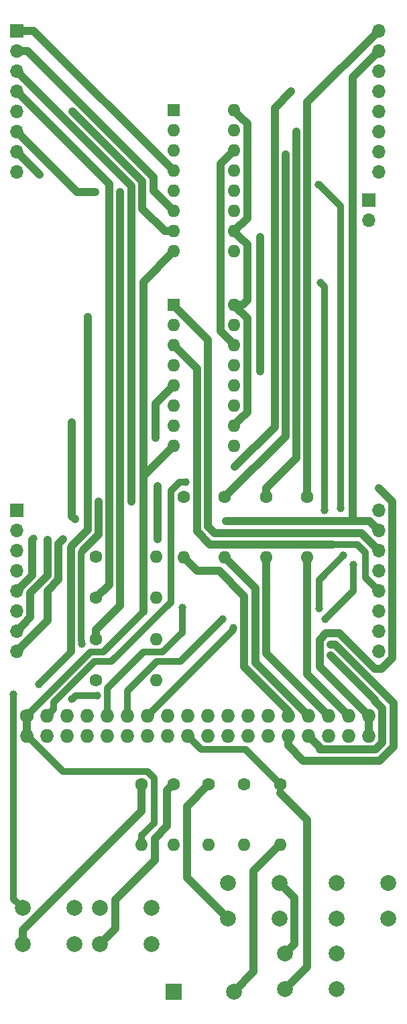
<source format=gbr>
G04 #@! TF.GenerationSoftware,KiCad,Pcbnew,(5.1.0)-1*
G04 #@! TF.CreationDate,2019-12-12T14:08:26-05:00*
G04 #@! TF.ProjectId,LEDMatrix,4c45444d-6174-4726-9978-2e6b69636164,rev?*
G04 #@! TF.SameCoordinates,Original*
G04 #@! TF.FileFunction,Copper,L2,Bot*
G04 #@! TF.FilePolarity,Positive*
%FSLAX46Y46*%
G04 Gerber Fmt 4.6, Leading zero omitted, Abs format (unit mm)*
G04 Created by KiCad (PCBNEW (5.1.0)-1) date 2019-12-12 14:08:26*
%MOMM*%
%LPD*%
G04 APERTURE LIST*
%ADD10R,2.000000X2.000000*%
%ADD11C,2.000000*%
%ADD12O,1.700000X1.700000*%
%ADD13R,1.700000X1.700000*%
%ADD14O,1.600000X1.600000*%
%ADD15C,1.600000*%
%ADD16C,1.727200*%
%ADD17O,1.727200X1.727200*%
%ADD18R,1.600000X1.600000*%
%ADD19C,1.000000*%
%ADD20C,0.900000*%
%ADD21C,1.000000*%
%ADD22C,0.850000*%
G04 APERTURE END LIST*
D10*
X55245000Y-162306000D03*
D11*
X62845000Y-162306000D03*
D12*
X35433000Y-119380000D03*
X35433000Y-106680000D03*
X35433000Y-114300000D03*
X35433000Y-104140000D03*
D13*
X35433000Y-101600000D03*
D12*
X35433000Y-109220000D03*
X35433000Y-116840000D03*
X35433000Y-111760000D03*
X81153000Y-106680000D03*
X81153000Y-114300000D03*
X81153000Y-104140000D03*
X81153000Y-111760000D03*
X81153000Y-109220000D03*
X81153000Y-116840000D03*
X81153000Y-119380000D03*
X81153000Y-101600000D03*
D14*
X56515000Y-107569000D03*
D15*
X56515000Y-99949000D03*
D16*
X36703000Y-127508000D03*
D17*
X36703000Y-130048000D03*
X39243000Y-127508000D03*
X39243000Y-130048000D03*
X41783000Y-127508000D03*
X41783000Y-130048000D03*
X44323000Y-127508000D03*
X44323000Y-130048000D03*
X46863000Y-127508000D03*
X46863000Y-130048000D03*
X49403000Y-127508000D03*
X49403000Y-130048000D03*
X51943000Y-127508000D03*
X51943000Y-130048000D03*
X54483000Y-127508000D03*
X54483000Y-130048000D03*
X57023000Y-127508000D03*
X57023000Y-130048000D03*
X59563000Y-127508000D03*
X59563000Y-130048000D03*
X62103000Y-127508000D03*
X62103000Y-130048000D03*
X64643000Y-127508000D03*
X64643000Y-130048000D03*
X67183000Y-127508000D03*
X67183000Y-130048000D03*
X69723000Y-127508000D03*
X69723000Y-130048000D03*
X72263000Y-127508000D03*
X72263000Y-130048000D03*
X74803000Y-127508000D03*
X74803000Y-130048000D03*
X77343000Y-127508000D03*
X77343000Y-130048000D03*
X79883000Y-127508000D03*
X79883000Y-130048000D03*
D15*
X72136000Y-99949000D03*
D14*
X72136000Y-107569000D03*
X53086000Y-123063000D03*
D15*
X45466000Y-123063000D03*
D14*
X66929000Y-107569000D03*
D15*
X66929000Y-99949000D03*
D14*
X53086000Y-117856000D03*
D15*
X45466000Y-117856000D03*
X61722000Y-99949000D03*
D14*
X61722000Y-107569000D03*
X53086000Y-112649000D03*
D15*
X45466000Y-112649000D03*
X45466000Y-107442000D03*
D14*
X53086000Y-107442000D03*
D15*
X51181000Y-136144000D03*
D14*
X51181000Y-143764000D03*
X55245000Y-143764000D03*
D15*
X55245000Y-136144000D03*
D14*
X59690000Y-143764000D03*
D15*
X59690000Y-136144000D03*
X64135000Y-136144000D03*
D14*
X64135000Y-143764000D03*
D15*
X68707000Y-136144000D03*
D14*
X68707000Y-143764000D03*
D11*
X36195000Y-156265000D03*
X36195000Y-151765000D03*
X42695000Y-156265000D03*
X42695000Y-151765000D03*
X52474000Y-151765000D03*
X52474000Y-156265000D03*
X45974000Y-151765000D03*
X45974000Y-156265000D03*
X68603000Y-148590000D03*
X68603000Y-153090000D03*
X62103000Y-148590000D03*
X62103000Y-153090000D03*
X75819000Y-153090000D03*
X75819000Y-148590000D03*
X82319000Y-153090000D03*
X82319000Y-148590000D03*
X69342000Y-161980000D03*
X69342000Y-157480000D03*
X75842000Y-161980000D03*
X75842000Y-157480000D03*
D18*
X55245000Y-75692000D03*
D14*
X62865000Y-93472000D03*
X55245000Y-78232000D03*
X62865000Y-90932000D03*
X55245000Y-80772000D03*
X62865000Y-88392000D03*
X55245000Y-83312000D03*
X62865000Y-85852000D03*
X55245000Y-85852000D03*
X62865000Y-83312000D03*
X55245000Y-88392000D03*
X62865000Y-80772000D03*
X55245000Y-90932000D03*
X62865000Y-78232000D03*
X55245000Y-93472000D03*
X62865000Y-75692000D03*
X62865000Y-51181000D03*
X55245000Y-68961000D03*
X62865000Y-53721000D03*
X55245000Y-66421000D03*
X62865000Y-56261000D03*
X55245000Y-63881000D03*
X62865000Y-58801000D03*
X55245000Y-61341000D03*
X62865000Y-61341000D03*
X55245000Y-58801000D03*
X62865000Y-63881000D03*
X55245000Y-56261000D03*
X62865000Y-66421000D03*
X55245000Y-53721000D03*
X62865000Y-68961000D03*
D18*
X55245000Y-51181000D03*
D12*
X81153000Y-41148000D03*
X81153000Y-58928000D03*
X81153000Y-56388000D03*
X81153000Y-48768000D03*
X81153000Y-51308000D03*
X81153000Y-43688000D03*
X81153000Y-53848000D03*
X81153000Y-46228000D03*
X35433000Y-51308000D03*
X35433000Y-56388000D03*
X35433000Y-48768000D03*
D13*
X35433000Y-41148000D03*
D12*
X35433000Y-43688000D03*
X35433000Y-53848000D03*
X35433000Y-46228000D03*
X35433000Y-58928000D03*
D13*
X79883000Y-62484000D03*
D12*
X79883000Y-65024000D03*
D19*
X38227000Y-123571000D03*
X44390981Y-77216000D03*
X61189999Y-71095999D03*
X61846989Y-102999011D03*
D20*
X70760990Y-53848000D03*
X48516011Y-61468000D03*
X45339000Y-61468000D03*
X69385980Y-56769000D03*
D19*
X49941499Y-100487499D03*
D20*
X70104000Y-48768000D03*
D19*
X62992000Y-96139000D03*
X41283031Y-105283000D03*
X52959000Y-92456000D03*
X39359205Y-105304990D03*
X37577819Y-105141819D03*
X42437778Y-51288222D03*
X38354000Y-59309000D03*
X75057000Y-118512990D03*
X75057000Y-119888000D03*
X56324500Y-113855500D03*
D20*
X53213000Y-105283000D03*
D19*
X53213000Y-98573990D03*
X42418000Y-90551000D03*
X42799000Y-102743000D03*
X61468000Y-115316000D03*
X73596500Y-113982500D03*
X76708000Y-107315000D03*
X74295000Y-101600000D03*
X73787000Y-72898000D03*
X62768000Y-116459000D03*
X74422000Y-115316000D03*
X77978000Y-108458000D03*
X76327000Y-101324000D03*
X73533000Y-60579000D03*
X56814991Y-98044000D03*
X66167000Y-84074000D03*
X66167000Y-67183000D03*
X81153000Y-98806000D03*
X76962000Y-124587000D03*
X42366000Y-125415902D03*
X35052000Y-124841000D03*
X45563000Y-124968000D03*
X43666000Y-118491000D03*
X45765991Y-100502991D03*
D21*
X62065001Y-57060999D02*
X62865000Y-56261000D01*
X61189999Y-57936001D02*
X62065001Y-57060999D01*
X62865000Y-80711002D02*
X61189999Y-79036001D01*
D22*
X42291000Y-119507000D02*
X42291000Y-119380000D01*
D21*
X42415989Y-106172000D02*
X42415989Y-106068452D01*
X42291000Y-106296989D02*
X42415989Y-106172000D01*
X44390981Y-104093460D02*
X44390981Y-77216000D01*
X42415989Y-106068452D02*
X44390981Y-104093460D01*
X42291000Y-119380000D02*
X42291000Y-106296989D01*
D22*
X38227000Y-123571000D02*
X42291000Y-119507000D01*
D21*
X61189999Y-79036001D02*
X61189999Y-71095999D01*
X61189999Y-71095999D02*
X61189999Y-57936001D01*
X72136000Y-50165000D02*
X81153000Y-41148000D01*
X72136000Y-99949000D02*
X72136000Y-50165000D01*
X80012011Y-102999011D02*
X81153000Y-104140000D01*
X61846989Y-102999011D02*
X61846989Y-102999011D01*
X77853011Y-102999011D02*
X80012011Y-102999011D01*
X80303001Y-44537999D02*
X81153000Y-43688000D01*
X77853011Y-102999011D02*
X77853011Y-46987989D01*
X77853011Y-46987989D02*
X80303001Y-44537999D01*
X61846989Y-102999011D02*
X77853011Y-102999011D01*
X66929000Y-98817630D02*
X70760990Y-94985640D01*
X66929000Y-99949000D02*
X66929000Y-98817630D01*
X70760990Y-94985640D02*
X70760990Y-53848000D01*
X45466000Y-116724630D02*
X48516011Y-113674619D01*
X45466000Y-117856000D02*
X45466000Y-116724630D01*
X48516011Y-113674619D02*
X48516011Y-111543546D01*
X48516011Y-111543546D02*
X48516011Y-61468000D01*
X43053000Y-61468000D02*
X35433000Y-53848000D01*
X45339000Y-61468000D02*
X43053000Y-61468000D01*
X61722000Y-99949000D02*
X69385980Y-92285020D01*
X69385980Y-92285020D02*
X69385980Y-56769000D01*
X36282999Y-49617999D02*
X35433000Y-48768000D01*
X47141001Y-60476001D02*
X36282999Y-49617999D01*
X47141001Y-110973999D02*
X47141001Y-60476001D01*
X45466000Y-112649000D02*
X47141001Y-110973999D01*
X49941499Y-60736499D02*
X35433000Y-46228000D01*
X49941499Y-100487499D02*
X49941499Y-60736499D01*
X68010970Y-50861030D02*
X70104000Y-48768000D01*
X62992000Y-96139000D02*
X68010970Y-91120030D01*
X68010970Y-91120030D02*
X68010970Y-50861030D01*
X80303001Y-105830001D02*
X81153000Y-106680000D01*
X78991989Y-104518989D02*
X80303001Y-105830001D01*
X60410547Y-104518989D02*
X78991989Y-104518989D01*
X59565011Y-103673453D02*
X60410547Y-104518989D01*
X59565011Y-80073009D02*
X59565011Y-103673453D01*
X55245000Y-75752998D02*
X59565011Y-80073009D01*
X36282999Y-118530001D02*
X35433000Y-119380000D01*
X41283031Y-105283000D02*
X40734215Y-105831816D01*
X40734215Y-105831816D02*
X40734215Y-110360900D01*
X40734215Y-110360900D02*
X39341068Y-111754047D01*
X39341068Y-111754047D02*
X39341068Y-115471932D01*
X39341068Y-115471932D02*
X36282999Y-118530001D01*
D22*
X79502999Y-110109999D02*
X80303001Y-110910001D01*
X79502999Y-106934999D02*
X79502999Y-110109999D01*
X78461999Y-105893999D02*
X79502999Y-106934999D01*
X75286999Y-105893999D02*
X78461999Y-105893999D01*
X80303001Y-110910001D02*
X81153000Y-111760000D01*
D21*
X60917999Y-105893999D02*
X75286999Y-105893999D01*
X59841000Y-105893999D02*
X60917999Y-105893999D01*
X58190001Y-83717001D02*
X58190001Y-104243000D01*
X58190001Y-104243000D02*
X59841000Y-105893999D01*
X55245000Y-80772000D02*
X58190001Y-83717001D01*
X55245000Y-85852000D02*
X52959000Y-88138000D01*
X52959000Y-88138000D02*
X52959000Y-91948000D01*
X52959000Y-91948000D02*
X52959000Y-92456000D01*
X39359205Y-105304990D02*
X39359205Y-109791353D01*
X36282999Y-115990001D02*
X35433000Y-116840000D01*
X37158001Y-115114999D02*
X36282999Y-115990001D01*
X37158001Y-111992557D02*
X37158001Y-115114999D01*
X39359205Y-109791353D02*
X37158001Y-111992557D01*
X36282999Y-110910001D02*
X35433000Y-111760000D01*
X37387319Y-109818683D02*
X36289500Y-110916502D01*
X37387319Y-105332319D02*
X37387319Y-109818683D01*
X51316509Y-63623879D02*
X51316509Y-60166953D01*
X55245000Y-66421000D02*
X54113630Y-66421000D01*
X54113630Y-66421000D02*
X51316509Y-63623879D01*
X51316509Y-60166953D02*
X51316507Y-60166951D01*
X51316507Y-60166951D02*
X42437778Y-51288222D01*
X36635081Y-43688000D02*
X35433000Y-43688000D01*
X36782113Y-43688000D02*
X36635081Y-43688000D01*
X52691519Y-59597406D02*
X36782113Y-43688000D01*
X52691519Y-61327519D02*
X52691519Y-59597406D01*
X55245000Y-63881000D02*
X52691519Y-61327519D01*
X38354000Y-59309000D02*
X38354000Y-59309000D01*
X38354000Y-59309000D02*
X35433000Y-56388000D01*
X37592000Y-41148000D02*
X35433000Y-41148000D01*
X55245000Y-58801000D02*
X37592000Y-41148000D01*
X61722000Y-107569000D02*
X65553990Y-111400990D01*
X65553990Y-120798990D02*
X72263000Y-127508000D01*
X65553990Y-111400990D02*
X65553990Y-120798990D01*
X74803000Y-127508000D02*
X66929000Y-119634000D01*
X66929000Y-108700370D02*
X66929000Y-107569000D01*
X66929000Y-119634000D02*
X66929000Y-108700370D01*
X71615297Y-133161611D02*
X81287076Y-133161611D01*
X69723000Y-130048000D02*
X69723000Y-131269314D01*
X81287076Y-133161611D02*
X82996611Y-131452076D01*
X69723000Y-131269314D02*
X71615297Y-133161611D01*
X82996611Y-131452076D02*
X82996611Y-126103924D01*
X82996611Y-125883054D02*
X82996611Y-126103924D01*
X75057000Y-118512990D02*
X75626547Y-118512990D01*
X75626547Y-118512990D02*
X82996611Y-125883054D01*
X72136000Y-122301000D02*
X72136000Y-107569000D01*
X77343000Y-127508000D02*
X72136000Y-122301000D01*
X56515000Y-107569000D02*
X58190001Y-109244001D01*
X69723000Y-126912556D02*
X69723000Y-127508000D01*
X64178980Y-121368536D02*
X69723000Y-126912556D01*
X64178980Y-112438980D02*
X64178980Y-121368536D01*
X58190001Y-109244001D02*
X60984001Y-109244001D01*
X60984001Y-109244001D02*
X64178980Y-112438980D01*
X80717529Y-131786601D02*
X81621601Y-130882529D01*
X73747601Y-131532601D02*
X72263000Y-130048000D01*
X73795803Y-131786601D02*
X80717529Y-131786601D01*
X73747601Y-131738399D02*
X73795803Y-131786601D01*
X73747601Y-131532601D02*
X73747601Y-131738399D01*
X80684399Y-125515399D02*
X75057000Y-119888000D01*
X81621601Y-126579601D02*
X81621601Y-130882529D01*
X80684399Y-125642399D02*
X81621601Y-126579601D01*
X80684399Y-125515399D02*
X80684399Y-125642399D01*
X68707000Y-137275370D02*
X72106001Y-140674371D01*
X72106001Y-159215999D02*
X69342000Y-161980000D01*
X72106001Y-140674371D02*
X72106001Y-159215999D01*
D22*
X57886599Y-130911599D02*
X57023000Y-130048000D01*
X58686601Y-131711601D02*
X57886599Y-130911599D01*
X64274601Y-131711601D02*
X58686601Y-131711601D01*
X68707000Y-136144000D02*
X64274601Y-131711601D01*
X68707000Y-136144000D02*
X68580000Y-136017000D01*
X68707000Y-137275370D02*
X68707000Y-136144000D01*
D21*
X61103001Y-152090001D02*
X62103000Y-153090000D01*
X56920001Y-147907001D02*
X61103001Y-152090001D01*
X56920001Y-138913999D02*
X56920001Y-147907001D01*
X59690000Y-136144000D02*
X56920001Y-138913999D01*
X46973999Y-155265001D02*
X45974000Y-156265000D01*
X47849001Y-150712997D02*
X47849001Y-154389999D01*
X55245000Y-136144000D02*
X54445001Y-136943999D01*
X47849001Y-154389999D02*
X46973999Y-155265001D01*
X52856001Y-142977999D02*
X52856001Y-145705997D01*
X54445001Y-136943999D02*
X54445001Y-141388999D01*
X54445001Y-141388999D02*
X52856001Y-142977999D01*
X52856001Y-145705997D02*
X47849001Y-150712997D01*
X51181000Y-136144000D02*
X51181000Y-138598998D01*
X36195000Y-154850787D02*
X36195000Y-156265000D01*
X36195000Y-154540002D02*
X36195000Y-154850787D01*
X51181000Y-139554002D02*
X36195000Y-154540002D01*
X51181000Y-136144000D02*
X51181000Y-139554002D01*
D22*
X46863000Y-127508000D02*
X46863000Y-124034002D01*
X46863000Y-124034002D02*
X51441001Y-119456001D01*
X51441001Y-119456001D02*
X53854001Y-119456001D01*
X53854001Y-119456001D02*
X56324500Y-116985502D01*
X56324500Y-116985502D02*
X56324500Y-114562606D01*
X56324500Y-114562606D02*
X56324500Y-113855500D01*
D21*
X53213000Y-98573990D02*
X53213000Y-105283000D01*
X42418000Y-90551000D02*
X42418000Y-102362000D01*
X42418000Y-102362000D02*
X42799000Y-102743000D01*
D22*
X61468000Y-115316000D02*
X61468000Y-115316000D01*
X74104500Y-109918500D02*
X76708000Y-107315000D01*
X76708000Y-107315000D02*
X76708000Y-107315000D01*
X74295000Y-101600000D02*
X74295000Y-98140990D01*
X74295000Y-98140990D02*
X74295000Y-73406000D01*
X74295000Y-73406000D02*
X73787000Y-72898000D01*
X73787000Y-72898000D02*
X73787000Y-72898000D01*
X60968001Y-115815999D02*
X61468000Y-115316000D01*
X53099987Y-120681011D02*
X56102989Y-120681011D01*
X49403000Y-124377998D02*
X53099987Y-120681011D01*
X56102989Y-120681011D02*
X60968001Y-115815999D01*
X49403000Y-127508000D02*
X49403000Y-124377998D01*
X73596500Y-110426500D02*
X74104500Y-109918500D01*
X73596500Y-113982500D02*
X73596500Y-110426500D01*
X62693010Y-116533990D02*
X62768000Y-116459000D01*
X73638000Y-60579000D02*
X73533000Y-60579000D01*
X76327000Y-101324000D02*
X76327000Y-63268000D01*
X76327000Y-63268000D02*
X73638000Y-60579000D01*
X62768000Y-116683000D02*
X62768000Y-116459000D01*
X51943000Y-127508000D02*
X62768000Y-116683000D01*
X77978000Y-111760000D02*
X74422000Y-115316000D01*
X77978000Y-108458000D02*
X77978000Y-111760000D01*
D21*
X66167000Y-78994000D02*
X66167000Y-84074000D01*
X66167000Y-67890106D02*
X66167000Y-78994000D01*
X66167000Y-67183000D02*
X66167000Y-67890106D01*
D22*
X56107885Y-98044000D02*
X56814991Y-98044000D01*
X54914999Y-99180999D02*
X56051998Y-98044000D01*
X54914999Y-113188003D02*
X54914999Y-99180999D01*
X47421991Y-120681011D02*
X54914999Y-113188003D01*
X45262413Y-120681011D02*
X47421991Y-120681011D01*
X40106599Y-125836825D02*
X45262413Y-120681011D01*
X40106599Y-126644401D02*
X40106599Y-125836825D01*
X56051998Y-98044000D02*
X56107885Y-98044000D01*
X39243000Y-127508000D02*
X40106599Y-126644401D01*
D21*
X55245000Y-93472000D02*
X51410999Y-97306001D01*
X36703000Y-127508000D02*
X36703000Y-130048000D01*
X67907001Y-144563999D02*
X68707000Y-143764000D01*
X65353011Y-147117989D02*
X67907001Y-144563999D01*
X65353011Y-159797989D02*
X65353011Y-147117989D01*
X62845000Y-162306000D02*
X65353011Y-159797989D01*
X51410999Y-72795001D02*
X51410999Y-97306001D01*
X55245000Y-68961000D02*
X51410999Y-72795001D01*
X51410999Y-97306001D02*
X51410999Y-114390003D01*
D22*
X46345001Y-119456001D02*
X51410999Y-114390003D01*
X44754999Y-119456001D02*
X46345001Y-119456001D01*
X36703000Y-127508000D02*
X44754999Y-119456001D01*
X51181000Y-142632630D02*
X51181000Y-143764000D01*
X52781001Y-141032629D02*
X51181000Y-142632630D01*
X52781001Y-135375999D02*
X52781001Y-141032629D01*
X51949001Y-134543999D02*
X52781001Y-135375999D01*
X41276869Y-134543999D02*
X51949001Y-134543999D01*
X36780870Y-130048000D02*
X41276869Y-134543999D01*
X36703000Y-130048000D02*
X36780870Y-130048000D01*
D21*
X63664999Y-67220999D02*
X62865000Y-66421000D01*
X64540001Y-75148369D02*
X64540001Y-68096001D01*
X64540001Y-68096001D02*
X63664999Y-67220999D01*
X63996370Y-75692000D02*
X64540001Y-75148369D01*
X62865000Y-75692000D02*
X63996370Y-75692000D01*
X63664999Y-51980999D02*
X62865000Y-51181000D01*
X64540001Y-52856001D02*
X63664999Y-51980999D01*
X64540001Y-64745999D02*
X64540001Y-52856001D01*
X62865000Y-66421000D02*
X64540001Y-64745999D01*
X64540001Y-89256999D02*
X63664999Y-90132001D01*
X64540001Y-77427999D02*
X64540001Y-89256999D01*
X63664999Y-90132001D02*
X62865000Y-90932000D01*
X62865000Y-75752998D02*
X64540001Y-77427999D01*
X62865000Y-75692000D02*
X62865000Y-75752998D01*
X79883000Y-130048000D02*
X79883000Y-127508000D01*
X79883000Y-130048000D02*
X79883000Y-130302000D01*
X74487453Y-117137980D02*
X76196094Y-117137980D01*
X73681990Y-117943443D02*
X74487453Y-117137980D01*
X73681990Y-121306990D02*
X73681990Y-117943443D01*
X79883000Y-127508000D02*
X76962000Y-124587000D01*
X82878001Y-120208001D02*
X82878001Y-100531001D01*
X81523059Y-121562943D02*
X82878001Y-120208001D01*
X80621057Y-121562943D02*
X81523059Y-121562943D01*
X76196094Y-117137980D02*
X80621057Y-121562943D01*
X82878001Y-100531001D02*
X81153000Y-98806000D01*
X70478001Y-156343999D02*
X70341999Y-156480001D01*
X70478001Y-150465001D02*
X70478001Y-156343999D01*
X70341999Y-156480001D02*
X69342000Y-157480000D01*
X68603000Y-148590000D02*
X70478001Y-150465001D01*
X76962000Y-124587000D02*
X73681990Y-121306990D01*
D22*
X42366000Y-125415902D02*
X42478098Y-125415902D01*
X35195001Y-150765001D02*
X36195000Y-151765000D01*
X35039399Y-150609399D02*
X35195001Y-150765001D01*
X35039399Y-125560707D02*
X35039399Y-150609399D01*
X35052000Y-125548106D02*
X35039399Y-125560707D01*
X35052000Y-124841000D02*
X35052000Y-125548106D01*
X42926000Y-124968000D02*
X42478098Y-125415902D01*
X45563000Y-124968000D02*
X42926000Y-124968000D01*
X43790999Y-106637999D02*
X43790999Y-106704001D01*
X43790999Y-106704001D02*
X43591010Y-106903990D01*
D21*
X43790999Y-106637999D02*
X45765991Y-104663007D01*
D22*
X43666000Y-118491000D02*
X43666000Y-118088000D01*
X43666000Y-118088000D02*
X43591010Y-118013010D01*
X43591010Y-118013010D02*
X43591010Y-106903990D01*
D21*
X45765991Y-104663007D02*
X45765991Y-100502991D01*
M02*

</source>
